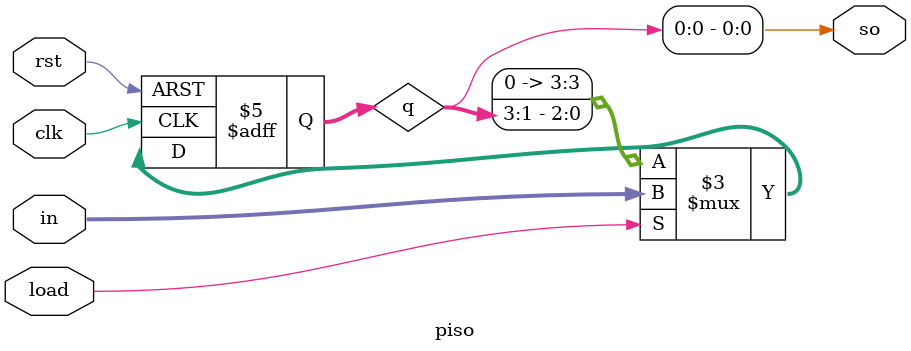
<source format=v>
module piso(so,in,load,clk,rst);
output so;
input load,clk,rst;
input [3:0]in;
reg [3:0]q;
always @ (posedge clk or posedge rst)
begin
if(rst)
q<=4'b0;
else if(load)
q<=in;
else
q<={1'b0,q[3:1]};
end
assign so=q[0];
endmodule
</source>
